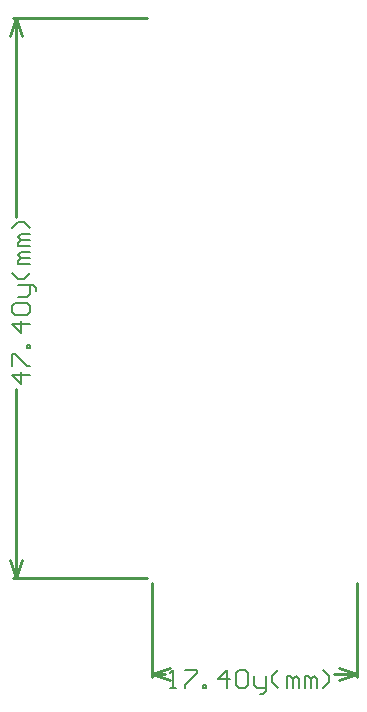
<source format=gm1>
%FSLAX44Y44*%
%MOMM*%
G71*
G01*
G75*
G04 Layer_Color=16711935*
%ADD10R,1.0000X0.7250*%
%ADD11R,0.8000X0.9000*%
%ADD12R,0.6000X1.3500*%
%ADD13R,0.4000X1.3500*%
%ADD14C,0.5000*%
%ADD15C,0.2540*%
%ADD16C,0.2000*%
%ADD17R,1.5000X1.5000*%
%ADD18C,1.5000*%
%ADD19C,0.6000*%
%ADD20R,0.9800X0.7050*%
%ADD21R,0.7800X0.8800*%
%ADD22R,0.5800X1.3300*%
%ADD23R,0.3800X1.3300*%
%ADD24R,1.4800X1.4800*%
%ADD25C,1.4800*%
%ADD26C,0.5800*%
%ADD27C,0.1524*%
D15*
X695000Y690880D02*
Y770960D01*
X521000Y690880D02*
Y770960D01*
X675288Y693420D02*
X695000D01*
X521000D02*
X532584D01*
X679760Y698500D02*
X695000Y693420D01*
X679760Y688340D02*
X695000Y693420D01*
X521000D02*
X536240Y688340D01*
X521000Y693420D02*
X536240Y698500D01*
X403860Y1249000D02*
X516960D01*
X403860Y775000D02*
X516960D01*
X406400Y1080558D02*
Y1249000D01*
Y775000D02*
Y935314D01*
X401320Y1233760D02*
X406400Y1249000D01*
X411480Y1233760D01*
X406400Y775000D02*
X411480Y790240D01*
X401320D02*
X406400Y775000D01*
D27*
X536648Y681739D02*
X541726D01*
X539187D01*
Y696974D01*
X536648Y694435D01*
X549344Y696974D02*
X559500D01*
Y694435D01*
X549344Y684278D01*
Y681739D01*
X564579D02*
Y684278D01*
X567118D01*
Y681739D01*
X564579D01*
X584892D02*
Y696974D01*
X577275Y689357D01*
X587431D01*
X592510Y694435D02*
X595049Y696974D01*
X600127D01*
X602666Y694435D01*
Y684278D01*
X600127Y681739D01*
X595049D01*
X592510Y684278D01*
Y694435D01*
X607745Y691896D02*
Y684278D01*
X610284Y681739D01*
X617901D01*
Y679200D01*
X615362Y676661D01*
X612823D01*
X617901Y681739D02*
Y691896D01*
X628058Y681739D02*
X622980Y686818D01*
Y691896D01*
X628058Y696974D01*
X635676Y681739D02*
Y691896D01*
X638215D01*
X640754Y689357D01*
Y681739D01*
Y689357D01*
X643293Y691896D01*
X645832Y689357D01*
Y681739D01*
X650911D02*
Y691896D01*
X653450D01*
X655989Y689357D01*
Y681739D01*
Y689357D01*
X658528Y691896D01*
X661068Y689357D01*
Y681739D01*
X666146D02*
X671224Y686818D01*
Y691896D01*
X666146Y696974D01*
X418081Y946996D02*
X402846D01*
X410463Y939378D01*
Y949535D01*
X402846Y954613D02*
Y964770D01*
X405385D01*
X415541Y954613D01*
X418081D01*
Y969848D02*
X415541D01*
Y972387D01*
X418081D01*
Y969848D01*
Y990162D02*
X402846D01*
X410463Y982544D01*
Y992701D01*
X405385Y997779D02*
X402846Y1000319D01*
Y1005397D01*
X405385Y1007936D01*
X415541D01*
X418081Y1005397D01*
Y1000319D01*
X415541Y997779D01*
X405385D01*
X407924Y1013014D02*
X415541D01*
X418081Y1015554D01*
Y1023171D01*
X420620D01*
X423159Y1020632D01*
Y1018093D01*
X418081Y1023171D02*
X407924D01*
X418081Y1033328D02*
X413002Y1028249D01*
X407924D01*
X402846Y1033328D01*
X418081Y1040945D02*
X407924D01*
Y1043484D01*
X410463Y1046024D01*
X418081D01*
X410463D01*
X407924Y1048563D01*
X410463Y1051102D01*
X418081D01*
Y1056180D02*
X407924D01*
Y1058720D01*
X410463Y1061259D01*
X418081D01*
X410463D01*
X407924Y1063798D01*
X410463Y1066337D01*
X418081D01*
Y1071415D02*
X413002Y1076494D01*
X407924D01*
X402846Y1071415D01*
M02*

</source>
